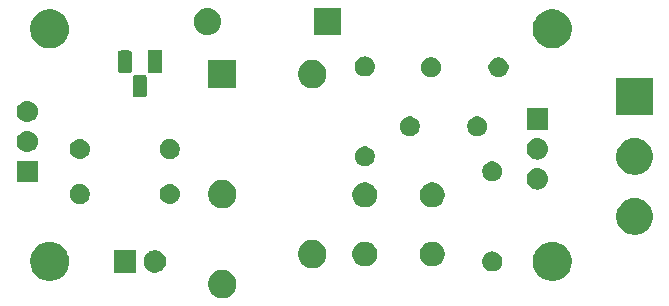
<source format=gbr>
G04 #@! TF.GenerationSoftware,KiCad,Pcbnew,(5.1.4-0-10_14)*
G04 #@! TF.CreationDate,2022-05-28T07:52:33+02:00*
G04 #@! TF.ProjectId,new_rele,6e65775f-7265-46c6-952e-6b696361645f,rev?*
G04 #@! TF.SameCoordinates,Original*
G04 #@! TF.FileFunction,Soldermask,Top*
G04 #@! TF.FilePolarity,Negative*
%FSLAX46Y46*%
G04 Gerber Fmt 4.6, Leading zero omitted, Abs format (unit mm)*
G04 Created by KiCad (PCBNEW (5.1.4-0-10_14)) date 2022-05-28 07:52:33*
%MOMM*%
%LPD*%
G04 APERTURE LIST*
%ADD10C,0.100000*%
G04 APERTURE END LIST*
D10*
G36*
X52420318Y-69330153D02*
G01*
X52638885Y-69420687D01*
X52638887Y-69420688D01*
X52835593Y-69552122D01*
X53002878Y-69719407D01*
X53098432Y-69862415D01*
X53134313Y-69916115D01*
X53224847Y-70134682D01*
X53271000Y-70366710D01*
X53271000Y-70603290D01*
X53224847Y-70835318D01*
X53134313Y-71053885D01*
X53134312Y-71053887D01*
X53002878Y-71250593D01*
X52835593Y-71417878D01*
X52638887Y-71549312D01*
X52638886Y-71549313D01*
X52638885Y-71549313D01*
X52420318Y-71639847D01*
X52188290Y-71686000D01*
X51951710Y-71686000D01*
X51719682Y-71639847D01*
X51501115Y-71549313D01*
X51501114Y-71549313D01*
X51501113Y-71549312D01*
X51304407Y-71417878D01*
X51137122Y-71250593D01*
X51005688Y-71053887D01*
X51005687Y-71053885D01*
X50915153Y-70835318D01*
X50869000Y-70603290D01*
X50869000Y-70366710D01*
X50915153Y-70134682D01*
X51005687Y-69916115D01*
X51041568Y-69862415D01*
X51137122Y-69719407D01*
X51304407Y-69552122D01*
X51501113Y-69420688D01*
X51501115Y-69420687D01*
X51719682Y-69330153D01*
X51951710Y-69284000D01*
X52188290Y-69284000D01*
X52420318Y-69330153D01*
X52420318Y-69330153D01*
G37*
G36*
X80385256Y-66971298D02*
G01*
X80491579Y-66992447D01*
X80792042Y-67116903D01*
X81062451Y-67297585D01*
X81292415Y-67527549D01*
X81473097Y-67797958D01*
X81473098Y-67797960D01*
X81485007Y-67826712D01*
X81597553Y-68098421D01*
X81603742Y-68129534D01*
X81661000Y-68417389D01*
X81661000Y-68742611D01*
X81628253Y-68907239D01*
X81597553Y-69061579D01*
X81545923Y-69186225D01*
X81486306Y-69330154D01*
X81473097Y-69362042D01*
X81292415Y-69632451D01*
X81062451Y-69862415D01*
X80792042Y-70043097D01*
X80491579Y-70167553D01*
X80385256Y-70188702D01*
X80172611Y-70231000D01*
X79847389Y-70231000D01*
X79634744Y-70188702D01*
X79528421Y-70167553D01*
X79227958Y-70043097D01*
X78957549Y-69862415D01*
X78727585Y-69632451D01*
X78546903Y-69362042D01*
X78533695Y-69330154D01*
X78474077Y-69186225D01*
X78422447Y-69061579D01*
X78391747Y-68907239D01*
X78359000Y-68742611D01*
X78359000Y-68417389D01*
X78416258Y-68129534D01*
X78422447Y-68098421D01*
X78534993Y-67826712D01*
X78546902Y-67797960D01*
X78546903Y-67797958D01*
X78727585Y-67527549D01*
X78957549Y-67297585D01*
X79227958Y-67116903D01*
X79528421Y-66992447D01*
X79634744Y-66971298D01*
X79847389Y-66929000D01*
X80172611Y-66929000D01*
X80385256Y-66971298D01*
X80385256Y-66971298D01*
G37*
G36*
X37840256Y-66971298D02*
G01*
X37946579Y-66992447D01*
X38247042Y-67116903D01*
X38517451Y-67297585D01*
X38747415Y-67527549D01*
X38928097Y-67797958D01*
X38928098Y-67797960D01*
X38940007Y-67826712D01*
X39052553Y-68098421D01*
X39058742Y-68129534D01*
X39116000Y-68417389D01*
X39116000Y-68742611D01*
X39083253Y-68907239D01*
X39052553Y-69061579D01*
X39000923Y-69186225D01*
X38941306Y-69330154D01*
X38928097Y-69362042D01*
X38747415Y-69632451D01*
X38517451Y-69862415D01*
X38247042Y-70043097D01*
X37946579Y-70167553D01*
X37840256Y-70188702D01*
X37627611Y-70231000D01*
X37302389Y-70231000D01*
X37089744Y-70188702D01*
X36983421Y-70167553D01*
X36682958Y-70043097D01*
X36412549Y-69862415D01*
X36182585Y-69632451D01*
X36001903Y-69362042D01*
X35988695Y-69330154D01*
X35929077Y-69186225D01*
X35877447Y-69061579D01*
X35846747Y-68907239D01*
X35814000Y-68742611D01*
X35814000Y-68417389D01*
X35871258Y-68129534D01*
X35877447Y-68098421D01*
X35989993Y-67826712D01*
X36001902Y-67797960D01*
X36001903Y-67797958D01*
X36182585Y-67527549D01*
X36412549Y-67297585D01*
X36682958Y-67116903D01*
X36983421Y-66992447D01*
X37089744Y-66971298D01*
X37302389Y-66929000D01*
X37627611Y-66929000D01*
X37840256Y-66971298D01*
X37840256Y-66971298D01*
G37*
G36*
X46632395Y-67665546D02*
G01*
X46805466Y-67737234D01*
X46811572Y-67741314D01*
X46961227Y-67841310D01*
X47093690Y-67973773D01*
X47143630Y-68048514D01*
X47197766Y-68129534D01*
X47269454Y-68302605D01*
X47306000Y-68486333D01*
X47306000Y-68673667D01*
X47269454Y-68857395D01*
X47197766Y-69030466D01*
X47176977Y-69061579D01*
X47093690Y-69186227D01*
X46961227Y-69318690D01*
X46896349Y-69362040D01*
X46805466Y-69422766D01*
X46632395Y-69494454D01*
X46448667Y-69531000D01*
X46261333Y-69531000D01*
X46077605Y-69494454D01*
X45904534Y-69422766D01*
X45813651Y-69362040D01*
X45748773Y-69318690D01*
X45616310Y-69186227D01*
X45533023Y-69061579D01*
X45512234Y-69030466D01*
X45440546Y-68857395D01*
X45404000Y-68673667D01*
X45404000Y-68486333D01*
X45440546Y-68302605D01*
X45512234Y-68129534D01*
X45566370Y-68048514D01*
X45616310Y-67973773D01*
X45748773Y-67841310D01*
X45898428Y-67741314D01*
X45904534Y-67737234D01*
X46077605Y-67665546D01*
X46261333Y-67629000D01*
X46448667Y-67629000D01*
X46632395Y-67665546D01*
X46632395Y-67665546D01*
G37*
G36*
X44766000Y-69531000D02*
G01*
X42864000Y-69531000D01*
X42864000Y-67629000D01*
X44766000Y-67629000D01*
X44766000Y-69531000D01*
X44766000Y-69531000D01*
G37*
G36*
X75096823Y-67741313D02*
G01*
X75257242Y-67789976D01*
X75353610Y-67841486D01*
X75405078Y-67868996D01*
X75534659Y-67975341D01*
X75641004Y-68104922D01*
X75641005Y-68104924D01*
X75720024Y-68252758D01*
X75768687Y-68413177D01*
X75785117Y-68580000D01*
X75768687Y-68746823D01*
X75720024Y-68907242D01*
X75694170Y-68955611D01*
X75641004Y-69055078D01*
X75534659Y-69184659D01*
X75405078Y-69291004D01*
X75405076Y-69291005D01*
X75257242Y-69370024D01*
X75096823Y-69418687D01*
X74971804Y-69431000D01*
X74888196Y-69431000D01*
X74763177Y-69418687D01*
X74602758Y-69370024D01*
X74454924Y-69291005D01*
X74454922Y-69291004D01*
X74325341Y-69184659D01*
X74218996Y-69055078D01*
X74165830Y-68955611D01*
X74139976Y-68907242D01*
X74091313Y-68746823D01*
X74074883Y-68580000D01*
X74091313Y-68413177D01*
X74139976Y-68252758D01*
X74218995Y-68104924D01*
X74218996Y-68104922D01*
X74325341Y-67975341D01*
X74454922Y-67868996D01*
X74506390Y-67841486D01*
X74602758Y-67789976D01*
X74763177Y-67741313D01*
X74888196Y-67729000D01*
X74971804Y-67729000D01*
X75096823Y-67741313D01*
X75096823Y-67741313D01*
G37*
G36*
X60040318Y-66790153D02*
G01*
X60258885Y-66880687D01*
X60258887Y-66880688D01*
X60455593Y-67012122D01*
X60622878Y-67179407D01*
X60754312Y-67376113D01*
X60754313Y-67376115D01*
X60844847Y-67594682D01*
X60891000Y-67826710D01*
X60891000Y-68063290D01*
X60844847Y-68295318D01*
X60754313Y-68513885D01*
X60754312Y-68513887D01*
X60622878Y-68710593D01*
X60455593Y-68877878D01*
X60258887Y-69009312D01*
X60258886Y-69009313D01*
X60258885Y-69009313D01*
X60040318Y-69099847D01*
X59808290Y-69146000D01*
X59571710Y-69146000D01*
X59339682Y-69099847D01*
X59121115Y-69009313D01*
X59121114Y-69009313D01*
X59121113Y-69009312D01*
X58924407Y-68877878D01*
X58757122Y-68710593D01*
X58625688Y-68513887D01*
X58625687Y-68513885D01*
X58535153Y-68295318D01*
X58489000Y-68063290D01*
X58489000Y-67826710D01*
X58535153Y-67594682D01*
X58625687Y-67376115D01*
X58625688Y-67376113D01*
X58757122Y-67179407D01*
X58924407Y-67012122D01*
X59121113Y-66880688D01*
X59121115Y-66880687D01*
X59339682Y-66790153D01*
X59571710Y-66744000D01*
X59808290Y-66744000D01*
X60040318Y-66790153D01*
X60040318Y-66790153D01*
G37*
G36*
X70156564Y-66934389D02*
G01*
X70347833Y-67013615D01*
X70347835Y-67013616D01*
X70519973Y-67128635D01*
X70666365Y-67275027D01*
X70733909Y-67376113D01*
X70781385Y-67447167D01*
X70860611Y-67638436D01*
X70901000Y-67841484D01*
X70901000Y-68048516D01*
X70860611Y-68251564D01*
X70793669Y-68413177D01*
X70781384Y-68442835D01*
X70666365Y-68614973D01*
X70519973Y-68761365D01*
X70347835Y-68876384D01*
X70347834Y-68876385D01*
X70347833Y-68876385D01*
X70156564Y-68955611D01*
X69953516Y-68996000D01*
X69746484Y-68996000D01*
X69543436Y-68955611D01*
X69352167Y-68876385D01*
X69352166Y-68876385D01*
X69352165Y-68876384D01*
X69180027Y-68761365D01*
X69033635Y-68614973D01*
X68918616Y-68442835D01*
X68906331Y-68413177D01*
X68839389Y-68251564D01*
X68799000Y-68048516D01*
X68799000Y-67841484D01*
X68839389Y-67638436D01*
X68918615Y-67447167D01*
X68966092Y-67376113D01*
X69033635Y-67275027D01*
X69180027Y-67128635D01*
X69352165Y-67013616D01*
X69352167Y-67013615D01*
X69543436Y-66934389D01*
X69746484Y-66894000D01*
X69953516Y-66894000D01*
X70156564Y-66934389D01*
X70156564Y-66934389D01*
G37*
G36*
X64441564Y-66934389D02*
G01*
X64632833Y-67013615D01*
X64632835Y-67013616D01*
X64804973Y-67128635D01*
X64951365Y-67275027D01*
X65018909Y-67376113D01*
X65066385Y-67447167D01*
X65145611Y-67638436D01*
X65186000Y-67841484D01*
X65186000Y-68048516D01*
X65145611Y-68251564D01*
X65078669Y-68413177D01*
X65066384Y-68442835D01*
X64951365Y-68614973D01*
X64804973Y-68761365D01*
X64632835Y-68876384D01*
X64632834Y-68876385D01*
X64632833Y-68876385D01*
X64441564Y-68955611D01*
X64238516Y-68996000D01*
X64031484Y-68996000D01*
X63828436Y-68955611D01*
X63637167Y-68876385D01*
X63637166Y-68876385D01*
X63637165Y-68876384D01*
X63465027Y-68761365D01*
X63318635Y-68614973D01*
X63203616Y-68442835D01*
X63191331Y-68413177D01*
X63124389Y-68251564D01*
X63084000Y-68048516D01*
X63084000Y-67841484D01*
X63124389Y-67638436D01*
X63203615Y-67447167D01*
X63251092Y-67376113D01*
X63318635Y-67275027D01*
X63465027Y-67128635D01*
X63637165Y-67013616D01*
X63637167Y-67013615D01*
X63828436Y-66934389D01*
X64031484Y-66894000D01*
X64238516Y-66894000D01*
X64441564Y-66934389D01*
X64441564Y-66934389D01*
G37*
G36*
X87297585Y-63248802D02*
G01*
X87447410Y-63278604D01*
X87729674Y-63395521D01*
X87983705Y-63565259D01*
X88199741Y-63781295D01*
X88369479Y-64035326D01*
X88486396Y-64317590D01*
X88546000Y-64617240D01*
X88546000Y-64922760D01*
X88486396Y-65222410D01*
X88369479Y-65504674D01*
X88199741Y-65758705D01*
X87983705Y-65974741D01*
X87729674Y-66144479D01*
X87447410Y-66261396D01*
X87297585Y-66291198D01*
X87147761Y-66321000D01*
X86842239Y-66321000D01*
X86692415Y-66291198D01*
X86542590Y-66261396D01*
X86260326Y-66144479D01*
X86006295Y-65974741D01*
X85790259Y-65758705D01*
X85620521Y-65504674D01*
X85503604Y-65222410D01*
X85444000Y-64922760D01*
X85444000Y-64617240D01*
X85503604Y-64317590D01*
X85620521Y-64035326D01*
X85790259Y-63781295D01*
X86006295Y-63565259D01*
X86260326Y-63395521D01*
X86542590Y-63278604D01*
X86692415Y-63248802D01*
X86842239Y-63219000D01*
X87147761Y-63219000D01*
X87297585Y-63248802D01*
X87297585Y-63248802D01*
G37*
G36*
X52420318Y-61710153D02*
G01*
X52638885Y-61800687D01*
X52638887Y-61800688D01*
X52835593Y-61932122D01*
X53002878Y-62099407D01*
X53134312Y-62296113D01*
X53134313Y-62296115D01*
X53224847Y-62514682D01*
X53271000Y-62746710D01*
X53271000Y-62983290D01*
X53224847Y-63215318D01*
X53173170Y-63340076D01*
X53134312Y-63433887D01*
X53002878Y-63630593D01*
X52835593Y-63797878D01*
X52638887Y-63929312D01*
X52638886Y-63929313D01*
X52638885Y-63929313D01*
X52420318Y-64019847D01*
X52188290Y-64066000D01*
X51951710Y-64066000D01*
X51719682Y-64019847D01*
X51501115Y-63929313D01*
X51501114Y-63929313D01*
X51501113Y-63929312D01*
X51304407Y-63797878D01*
X51137122Y-63630593D01*
X51005688Y-63433887D01*
X50966830Y-63340076D01*
X50915153Y-63215318D01*
X50869000Y-62983290D01*
X50869000Y-62746710D01*
X50915153Y-62514682D01*
X51005687Y-62296115D01*
X51005688Y-62296113D01*
X51137122Y-62099407D01*
X51304407Y-61932122D01*
X51501113Y-61800688D01*
X51501115Y-61800687D01*
X51719682Y-61710153D01*
X51951710Y-61664000D01*
X52188290Y-61664000D01*
X52420318Y-61710153D01*
X52420318Y-61710153D01*
G37*
G36*
X70156564Y-61934389D02*
G01*
X70347833Y-62013615D01*
X70347835Y-62013616D01*
X70474108Y-62097989D01*
X70519973Y-62128635D01*
X70666365Y-62275027D01*
X70781385Y-62447167D01*
X70860611Y-62638436D01*
X70901000Y-62841484D01*
X70901000Y-63048516D01*
X70860611Y-63251564D01*
X70781385Y-63442833D01*
X70781384Y-63442835D01*
X70666365Y-63614973D01*
X70519973Y-63761365D01*
X70347835Y-63876384D01*
X70347834Y-63876385D01*
X70347833Y-63876385D01*
X70156564Y-63955611D01*
X69953516Y-63996000D01*
X69746484Y-63996000D01*
X69543436Y-63955611D01*
X69352167Y-63876385D01*
X69352166Y-63876385D01*
X69352165Y-63876384D01*
X69180027Y-63761365D01*
X69033635Y-63614973D01*
X68918616Y-63442835D01*
X68918615Y-63442833D01*
X68839389Y-63251564D01*
X68799000Y-63048516D01*
X68799000Y-62841484D01*
X68839389Y-62638436D01*
X68918615Y-62447167D01*
X69033635Y-62275027D01*
X69180027Y-62128635D01*
X69225892Y-62097989D01*
X69352165Y-62013616D01*
X69352167Y-62013615D01*
X69543436Y-61934389D01*
X69746484Y-61894000D01*
X69953516Y-61894000D01*
X70156564Y-61934389D01*
X70156564Y-61934389D01*
G37*
G36*
X64441564Y-61934389D02*
G01*
X64632833Y-62013615D01*
X64632835Y-62013616D01*
X64759108Y-62097989D01*
X64804973Y-62128635D01*
X64951365Y-62275027D01*
X65066385Y-62447167D01*
X65145611Y-62638436D01*
X65186000Y-62841484D01*
X65186000Y-63048516D01*
X65145611Y-63251564D01*
X65066385Y-63442833D01*
X65066384Y-63442835D01*
X64951365Y-63614973D01*
X64804973Y-63761365D01*
X64632835Y-63876384D01*
X64632834Y-63876385D01*
X64632833Y-63876385D01*
X64441564Y-63955611D01*
X64238516Y-63996000D01*
X64031484Y-63996000D01*
X63828436Y-63955611D01*
X63637167Y-63876385D01*
X63637166Y-63876385D01*
X63637165Y-63876384D01*
X63465027Y-63761365D01*
X63318635Y-63614973D01*
X63203616Y-63442835D01*
X63203615Y-63442833D01*
X63124389Y-63251564D01*
X63084000Y-63048516D01*
X63084000Y-62841484D01*
X63124389Y-62638436D01*
X63203615Y-62447167D01*
X63318635Y-62275027D01*
X63465027Y-62128635D01*
X63510892Y-62097989D01*
X63637165Y-62013616D01*
X63637167Y-62013615D01*
X63828436Y-61934389D01*
X64031484Y-61894000D01*
X64238516Y-61894000D01*
X64441564Y-61934389D01*
X64441564Y-61934389D01*
G37*
G36*
X40253228Y-62046703D02*
G01*
X40408100Y-62110853D01*
X40547481Y-62203985D01*
X40666015Y-62322519D01*
X40759147Y-62461900D01*
X40823297Y-62616772D01*
X40856000Y-62781184D01*
X40856000Y-62948816D01*
X40823297Y-63113228D01*
X40759147Y-63268100D01*
X40666015Y-63407481D01*
X40547481Y-63526015D01*
X40408100Y-63619147D01*
X40253228Y-63683297D01*
X40088816Y-63716000D01*
X39921184Y-63716000D01*
X39756772Y-63683297D01*
X39601900Y-63619147D01*
X39462519Y-63526015D01*
X39343985Y-63407481D01*
X39250853Y-63268100D01*
X39186703Y-63113228D01*
X39154000Y-62948816D01*
X39154000Y-62781184D01*
X39186703Y-62616772D01*
X39250853Y-62461900D01*
X39343985Y-62322519D01*
X39462519Y-62203985D01*
X39601900Y-62110853D01*
X39756772Y-62046703D01*
X39921184Y-62014000D01*
X40088816Y-62014000D01*
X40253228Y-62046703D01*
X40253228Y-62046703D01*
G37*
G36*
X47791823Y-62026313D02*
G01*
X47952242Y-62074976D01*
X48019361Y-62110852D01*
X48100078Y-62153996D01*
X48229659Y-62260341D01*
X48336004Y-62389922D01*
X48336005Y-62389924D01*
X48415024Y-62537758D01*
X48463687Y-62698177D01*
X48480117Y-62865000D01*
X48463687Y-63031823D01*
X48415024Y-63192242D01*
X48344114Y-63324906D01*
X48336004Y-63340078D01*
X48229659Y-63469659D01*
X48100078Y-63576004D01*
X48100076Y-63576005D01*
X47952242Y-63655024D01*
X47791823Y-63703687D01*
X47666804Y-63716000D01*
X47583196Y-63716000D01*
X47458177Y-63703687D01*
X47297758Y-63655024D01*
X47149924Y-63576005D01*
X47149922Y-63576004D01*
X47020341Y-63469659D01*
X46913996Y-63340078D01*
X46905886Y-63324906D01*
X46834976Y-63192242D01*
X46786313Y-63031823D01*
X46769883Y-62865000D01*
X46786313Y-62698177D01*
X46834976Y-62537758D01*
X46913995Y-62389924D01*
X46913996Y-62389922D01*
X47020341Y-62260341D01*
X47149922Y-62153996D01*
X47230639Y-62110852D01*
X47297758Y-62074976D01*
X47458177Y-62026313D01*
X47583196Y-62014000D01*
X47666804Y-62014000D01*
X47791823Y-62026313D01*
X47791823Y-62026313D01*
G37*
G36*
X78850443Y-60700519D02*
G01*
X78916627Y-60707037D01*
X79086466Y-60758557D01*
X79242991Y-60842222D01*
X79278729Y-60871552D01*
X79380186Y-60954814D01*
X79453226Y-61043815D01*
X79492778Y-61092009D01*
X79576443Y-61248534D01*
X79627963Y-61418373D01*
X79645359Y-61595000D01*
X79627963Y-61771627D01*
X79576443Y-61941466D01*
X79492778Y-62097991D01*
X79482223Y-62110852D01*
X79380186Y-62235186D01*
X79278729Y-62318448D01*
X79242991Y-62347778D01*
X79086466Y-62431443D01*
X78916627Y-62482963D01*
X78850443Y-62489481D01*
X78784260Y-62496000D01*
X78695740Y-62496000D01*
X78629557Y-62489481D01*
X78563373Y-62482963D01*
X78393534Y-62431443D01*
X78237009Y-62347778D01*
X78201271Y-62318448D01*
X78099814Y-62235186D01*
X77997777Y-62110852D01*
X77987222Y-62097991D01*
X77903557Y-61941466D01*
X77852037Y-61771627D01*
X77834641Y-61595000D01*
X77852037Y-61418373D01*
X77903557Y-61248534D01*
X77987222Y-61092009D01*
X78026774Y-61043815D01*
X78099814Y-60954814D01*
X78201271Y-60871552D01*
X78237009Y-60842222D01*
X78393534Y-60758557D01*
X78563373Y-60707037D01*
X78629557Y-60700519D01*
X78695740Y-60694000D01*
X78784260Y-60694000D01*
X78850443Y-60700519D01*
X78850443Y-60700519D01*
G37*
G36*
X36461000Y-61861000D02*
G01*
X34659000Y-61861000D01*
X34659000Y-60059000D01*
X36461000Y-60059000D01*
X36461000Y-61861000D01*
X36461000Y-61861000D01*
G37*
G36*
X75178228Y-60141703D02*
G01*
X75333100Y-60205853D01*
X75472481Y-60298985D01*
X75591015Y-60417519D01*
X75684147Y-60556900D01*
X75748297Y-60711772D01*
X75781000Y-60876184D01*
X75781000Y-61043816D01*
X75748297Y-61208228D01*
X75684147Y-61363100D01*
X75591015Y-61502481D01*
X75472481Y-61621015D01*
X75333100Y-61714147D01*
X75178228Y-61778297D01*
X75013816Y-61811000D01*
X74846184Y-61811000D01*
X74681772Y-61778297D01*
X74526900Y-61714147D01*
X74387519Y-61621015D01*
X74268985Y-61502481D01*
X74175853Y-61363100D01*
X74111703Y-61208228D01*
X74079000Y-61043816D01*
X74079000Y-60876184D01*
X74111703Y-60711772D01*
X74175853Y-60556900D01*
X74268985Y-60417519D01*
X74387519Y-60298985D01*
X74526900Y-60205853D01*
X74681772Y-60141703D01*
X74846184Y-60109000D01*
X75013816Y-60109000D01*
X75178228Y-60141703D01*
X75178228Y-60141703D01*
G37*
G36*
X87288712Y-58167037D02*
G01*
X87447410Y-58198604D01*
X87729674Y-58315521D01*
X87983705Y-58485259D01*
X88199741Y-58701295D01*
X88369479Y-58955326D01*
X88479865Y-59221823D01*
X88486396Y-59237591D01*
X88546000Y-59537239D01*
X88546000Y-59842761D01*
X88539926Y-59873295D01*
X88486396Y-60142410D01*
X88369479Y-60424674D01*
X88199741Y-60678705D01*
X87983705Y-60894741D01*
X87729674Y-61064479D01*
X87447410Y-61181396D01*
X87312516Y-61208228D01*
X87147761Y-61241000D01*
X86842239Y-61241000D01*
X86677484Y-61208228D01*
X86542590Y-61181396D01*
X86260326Y-61064479D01*
X86006295Y-60894741D01*
X85790259Y-60678705D01*
X85620521Y-60424674D01*
X85503604Y-60142410D01*
X85450074Y-59873295D01*
X85444000Y-59842761D01*
X85444000Y-59537239D01*
X85503604Y-59237591D01*
X85510135Y-59221823D01*
X85620521Y-58955326D01*
X85790259Y-58701295D01*
X86006295Y-58485259D01*
X86260326Y-58315521D01*
X86542590Y-58198604D01*
X86701288Y-58167037D01*
X86842239Y-58139000D01*
X87147761Y-58139000D01*
X87288712Y-58167037D01*
X87288712Y-58167037D01*
G37*
G36*
X64383228Y-58871703D02*
G01*
X64538100Y-58935853D01*
X64677481Y-59028985D01*
X64796015Y-59147519D01*
X64889147Y-59286900D01*
X64953297Y-59441772D01*
X64986000Y-59606184D01*
X64986000Y-59773816D01*
X64953297Y-59938228D01*
X64889147Y-60093100D01*
X64796015Y-60232481D01*
X64677481Y-60351015D01*
X64538100Y-60444147D01*
X64383228Y-60508297D01*
X64218816Y-60541000D01*
X64051184Y-60541000D01*
X63886772Y-60508297D01*
X63731900Y-60444147D01*
X63592519Y-60351015D01*
X63473985Y-60232481D01*
X63380853Y-60093100D01*
X63316703Y-59938228D01*
X63284000Y-59773816D01*
X63284000Y-59606184D01*
X63316703Y-59441772D01*
X63380853Y-59286900D01*
X63473985Y-59147519D01*
X63592519Y-59028985D01*
X63731900Y-58935853D01*
X63886772Y-58871703D01*
X64051184Y-58839000D01*
X64218816Y-58839000D01*
X64383228Y-58871703D01*
X64383228Y-58871703D01*
G37*
G36*
X78850442Y-58160518D02*
G01*
X78916627Y-58167037D01*
X79086466Y-58218557D01*
X79242991Y-58302222D01*
X79278729Y-58331552D01*
X79380186Y-58414814D01*
X79460369Y-58512519D01*
X79492778Y-58552009D01*
X79576443Y-58708534D01*
X79627963Y-58878373D01*
X79645359Y-59055000D01*
X79627963Y-59231627D01*
X79576443Y-59401466D01*
X79492778Y-59557991D01*
X79463448Y-59593729D01*
X79380186Y-59695186D01*
X79284375Y-59773815D01*
X79242991Y-59807778D01*
X79086466Y-59891443D01*
X78916627Y-59942963D01*
X78850442Y-59949482D01*
X78784260Y-59956000D01*
X78695740Y-59956000D01*
X78629558Y-59949482D01*
X78563373Y-59942963D01*
X78393534Y-59891443D01*
X78237009Y-59807778D01*
X78195625Y-59773815D01*
X78099814Y-59695186D01*
X78016552Y-59593729D01*
X77987222Y-59557991D01*
X77903557Y-59401466D01*
X77852037Y-59231627D01*
X77834641Y-59055000D01*
X77852037Y-58878373D01*
X77903557Y-58708534D01*
X77987222Y-58552009D01*
X78019631Y-58512519D01*
X78099814Y-58414814D01*
X78201271Y-58331552D01*
X78237009Y-58302222D01*
X78393534Y-58218557D01*
X78563373Y-58167037D01*
X78629558Y-58160518D01*
X78695740Y-58154000D01*
X78784260Y-58154000D01*
X78850442Y-58160518D01*
X78850442Y-58160518D01*
G37*
G36*
X40171823Y-58216313D02*
G01*
X40332242Y-58264976D01*
X40399361Y-58300852D01*
X40480078Y-58343996D01*
X40609659Y-58450341D01*
X40716004Y-58579922D01*
X40716005Y-58579924D01*
X40795024Y-58727758D01*
X40843687Y-58888177D01*
X40860117Y-59055000D01*
X40843687Y-59221823D01*
X40795024Y-59382242D01*
X40754477Y-59458100D01*
X40716004Y-59530078D01*
X40609659Y-59659659D01*
X40480078Y-59766004D01*
X40480076Y-59766005D01*
X40332242Y-59845024D01*
X40171823Y-59893687D01*
X40046804Y-59906000D01*
X39963196Y-59906000D01*
X39838177Y-59893687D01*
X39677758Y-59845024D01*
X39529924Y-59766005D01*
X39529922Y-59766004D01*
X39400341Y-59659659D01*
X39293996Y-59530078D01*
X39255523Y-59458100D01*
X39214976Y-59382242D01*
X39166313Y-59221823D01*
X39149883Y-59055000D01*
X39166313Y-58888177D01*
X39214976Y-58727758D01*
X39293995Y-58579924D01*
X39293996Y-58579922D01*
X39400341Y-58450341D01*
X39529922Y-58343996D01*
X39610639Y-58300852D01*
X39677758Y-58264976D01*
X39838177Y-58216313D01*
X39963196Y-58204000D01*
X40046804Y-58204000D01*
X40171823Y-58216313D01*
X40171823Y-58216313D01*
G37*
G36*
X47873228Y-58236703D02*
G01*
X48028100Y-58300853D01*
X48167481Y-58393985D01*
X48286015Y-58512519D01*
X48379147Y-58651900D01*
X48443297Y-58806772D01*
X48476000Y-58971184D01*
X48476000Y-59138816D01*
X48443297Y-59303228D01*
X48379147Y-59458100D01*
X48286015Y-59597481D01*
X48167481Y-59716015D01*
X48028100Y-59809147D01*
X47873228Y-59873297D01*
X47708816Y-59906000D01*
X47541184Y-59906000D01*
X47376772Y-59873297D01*
X47221900Y-59809147D01*
X47082519Y-59716015D01*
X46963985Y-59597481D01*
X46870853Y-59458100D01*
X46806703Y-59303228D01*
X46774000Y-59138816D01*
X46774000Y-58971184D01*
X46806703Y-58806772D01*
X46870853Y-58651900D01*
X46963985Y-58512519D01*
X47082519Y-58393985D01*
X47221900Y-58300853D01*
X47376772Y-58236703D01*
X47541184Y-58204000D01*
X47708816Y-58204000D01*
X47873228Y-58236703D01*
X47873228Y-58236703D01*
G37*
G36*
X35670443Y-57525519D02*
G01*
X35736627Y-57532037D01*
X35906466Y-57583557D01*
X36062991Y-57667222D01*
X36093768Y-57692480D01*
X36200186Y-57779814D01*
X36283448Y-57881271D01*
X36312778Y-57917009D01*
X36396443Y-58073534D01*
X36447963Y-58243373D01*
X36465359Y-58420000D01*
X36447963Y-58596627D01*
X36396443Y-58766466D01*
X36312778Y-58922991D01*
X36283448Y-58958729D01*
X36200186Y-59060186D01*
X36104375Y-59138815D01*
X36062991Y-59172778D01*
X35906466Y-59256443D01*
X35736627Y-59307963D01*
X35670442Y-59314482D01*
X35604260Y-59321000D01*
X35515740Y-59321000D01*
X35449558Y-59314482D01*
X35383373Y-59307963D01*
X35213534Y-59256443D01*
X35057009Y-59172778D01*
X35015625Y-59138815D01*
X34919814Y-59060186D01*
X34836552Y-58958729D01*
X34807222Y-58922991D01*
X34723557Y-58766466D01*
X34672037Y-58596627D01*
X34654641Y-58420000D01*
X34672037Y-58243373D01*
X34723557Y-58073534D01*
X34807222Y-57917009D01*
X34836552Y-57881271D01*
X34919814Y-57779814D01*
X35026232Y-57692480D01*
X35057009Y-57667222D01*
X35213534Y-57583557D01*
X35383373Y-57532037D01*
X35449557Y-57525519D01*
X35515740Y-57519000D01*
X35604260Y-57519000D01*
X35670443Y-57525519D01*
X35670443Y-57525519D01*
G37*
G36*
X73908228Y-56331703D02*
G01*
X74063100Y-56395853D01*
X74202481Y-56488985D01*
X74321015Y-56607519D01*
X74414147Y-56746900D01*
X74478297Y-56901772D01*
X74511000Y-57066184D01*
X74511000Y-57233816D01*
X74478297Y-57398228D01*
X74414147Y-57553100D01*
X74321015Y-57692481D01*
X74202481Y-57811015D01*
X74063100Y-57904147D01*
X73908228Y-57968297D01*
X73743816Y-58001000D01*
X73576184Y-58001000D01*
X73411772Y-57968297D01*
X73256900Y-57904147D01*
X73117519Y-57811015D01*
X72998985Y-57692481D01*
X72905853Y-57553100D01*
X72841703Y-57398228D01*
X72809000Y-57233816D01*
X72809000Y-57066184D01*
X72841703Y-56901772D01*
X72905853Y-56746900D01*
X72998985Y-56607519D01*
X73117519Y-56488985D01*
X73256900Y-56395853D01*
X73411772Y-56331703D01*
X73576184Y-56299000D01*
X73743816Y-56299000D01*
X73908228Y-56331703D01*
X73908228Y-56331703D01*
G37*
G36*
X68193228Y-56331703D02*
G01*
X68348100Y-56395853D01*
X68487481Y-56488985D01*
X68606015Y-56607519D01*
X68699147Y-56746900D01*
X68763297Y-56901772D01*
X68796000Y-57066184D01*
X68796000Y-57233816D01*
X68763297Y-57398228D01*
X68699147Y-57553100D01*
X68606015Y-57692481D01*
X68487481Y-57811015D01*
X68348100Y-57904147D01*
X68193228Y-57968297D01*
X68028816Y-58001000D01*
X67861184Y-58001000D01*
X67696772Y-57968297D01*
X67541900Y-57904147D01*
X67402519Y-57811015D01*
X67283985Y-57692481D01*
X67190853Y-57553100D01*
X67126703Y-57398228D01*
X67094000Y-57233816D01*
X67094000Y-57066184D01*
X67126703Y-56901772D01*
X67190853Y-56746900D01*
X67283985Y-56607519D01*
X67402519Y-56488985D01*
X67541900Y-56395853D01*
X67696772Y-56331703D01*
X67861184Y-56299000D01*
X68028816Y-56299000D01*
X68193228Y-56331703D01*
X68193228Y-56331703D01*
G37*
G36*
X79641000Y-57416000D02*
G01*
X77839000Y-57416000D01*
X77839000Y-55614000D01*
X79641000Y-55614000D01*
X79641000Y-57416000D01*
X79641000Y-57416000D01*
G37*
G36*
X35670443Y-54985519D02*
G01*
X35736627Y-54992037D01*
X35906466Y-55043557D01*
X36062991Y-55127222D01*
X36098729Y-55156552D01*
X36200186Y-55239814D01*
X36283448Y-55341271D01*
X36312778Y-55377009D01*
X36396443Y-55533534D01*
X36447963Y-55703373D01*
X36465359Y-55880000D01*
X36447963Y-56056627D01*
X36396443Y-56226466D01*
X36312778Y-56382991D01*
X36302223Y-56395852D01*
X36200186Y-56520186D01*
X36098729Y-56603448D01*
X36062991Y-56632778D01*
X35906466Y-56716443D01*
X35736627Y-56767963D01*
X35670443Y-56774481D01*
X35604260Y-56781000D01*
X35515740Y-56781000D01*
X35449557Y-56774481D01*
X35383373Y-56767963D01*
X35213534Y-56716443D01*
X35057009Y-56632778D01*
X35021271Y-56603448D01*
X34919814Y-56520186D01*
X34817777Y-56395852D01*
X34807222Y-56382991D01*
X34723557Y-56226466D01*
X34672037Y-56056627D01*
X34654641Y-55880000D01*
X34672037Y-55703373D01*
X34723557Y-55533534D01*
X34807222Y-55377009D01*
X34836552Y-55341271D01*
X34919814Y-55239814D01*
X35021271Y-55156552D01*
X35057009Y-55127222D01*
X35213534Y-55043557D01*
X35383373Y-54992037D01*
X35449557Y-54985519D01*
X35515740Y-54979000D01*
X35604260Y-54979000D01*
X35670443Y-54985519D01*
X35670443Y-54985519D01*
G37*
G36*
X88546000Y-56161000D02*
G01*
X85444000Y-56161000D01*
X85444000Y-53059000D01*
X88546000Y-53059000D01*
X88546000Y-56161000D01*
X88546000Y-56161000D01*
G37*
G36*
X45494315Y-52794166D02*
G01*
X45538847Y-52807675D01*
X45570077Y-52824368D01*
X45584680Y-52830417D01*
X45595744Y-52842624D01*
X45615864Y-52859136D01*
X45645385Y-52895108D01*
X45667326Y-52936157D01*
X45680834Y-52980685D01*
X45686000Y-53033140D01*
X45686000Y-54446860D01*
X45680834Y-54499315D01*
X45667326Y-54543843D01*
X45645385Y-54584892D01*
X45615864Y-54620864D01*
X45579892Y-54650385D01*
X45538843Y-54672326D01*
X45494315Y-54685834D01*
X45441860Y-54691000D01*
X44728140Y-54691000D01*
X44675685Y-54685834D01*
X44631157Y-54672326D01*
X44590108Y-54650385D01*
X44554136Y-54620864D01*
X44524615Y-54584892D01*
X44502674Y-54543843D01*
X44489166Y-54499315D01*
X44484000Y-54446860D01*
X44484000Y-53033140D01*
X44489166Y-52980685D01*
X44502674Y-52936157D01*
X44524615Y-52895108D01*
X44554136Y-52859136D01*
X44590108Y-52829615D01*
X44631157Y-52807674D01*
X44675685Y-52794166D01*
X44728140Y-52789000D01*
X45441860Y-52789000D01*
X45494315Y-52794166D01*
X45494315Y-52794166D01*
G37*
G36*
X53271000Y-53906000D02*
G01*
X50869000Y-53906000D01*
X50869000Y-51504000D01*
X53271000Y-51504000D01*
X53271000Y-53906000D01*
X53271000Y-53906000D01*
G37*
G36*
X60040318Y-51550153D02*
G01*
X60178813Y-51607520D01*
X60258887Y-51640688D01*
X60455593Y-51772122D01*
X60622878Y-51939407D01*
X60710137Y-52070000D01*
X60754313Y-52136115D01*
X60844847Y-52354682D01*
X60891000Y-52586710D01*
X60891000Y-52823290D01*
X60844847Y-53055318D01*
X60830688Y-53089500D01*
X60754312Y-53273887D01*
X60622878Y-53470593D01*
X60455593Y-53637878D01*
X60258887Y-53769312D01*
X60258886Y-53769313D01*
X60258885Y-53769313D01*
X60040318Y-53859847D01*
X59808290Y-53906000D01*
X59571710Y-53906000D01*
X59339682Y-53859847D01*
X59121115Y-53769313D01*
X59121114Y-53769313D01*
X59121113Y-53769312D01*
X58924407Y-53637878D01*
X58757122Y-53470593D01*
X58625688Y-53273887D01*
X58549312Y-53089500D01*
X58535153Y-53055318D01*
X58489000Y-52823290D01*
X58489000Y-52586710D01*
X58535153Y-52354682D01*
X58625687Y-52136115D01*
X58669863Y-52070000D01*
X58757122Y-51939407D01*
X58924407Y-51772122D01*
X59121113Y-51640688D01*
X59201187Y-51607520D01*
X59339682Y-51550153D01*
X59571710Y-51504000D01*
X59808290Y-51504000D01*
X60040318Y-51550153D01*
X60040318Y-51550153D01*
G37*
G36*
X69993228Y-51331703D02*
G01*
X70148100Y-51395853D01*
X70287481Y-51488985D01*
X70406015Y-51607519D01*
X70499147Y-51746900D01*
X70563297Y-51901772D01*
X70596000Y-52066184D01*
X70596000Y-52233816D01*
X70563297Y-52398228D01*
X70499147Y-52553100D01*
X70406015Y-52692481D01*
X70287481Y-52811015D01*
X70148100Y-52904147D01*
X69993228Y-52968297D01*
X69828816Y-53001000D01*
X69661184Y-53001000D01*
X69496772Y-52968297D01*
X69341900Y-52904147D01*
X69202519Y-52811015D01*
X69083985Y-52692481D01*
X68990853Y-52553100D01*
X68926703Y-52398228D01*
X68894000Y-52233816D01*
X68894000Y-52066184D01*
X68926703Y-51901772D01*
X68990853Y-51746900D01*
X69083985Y-51607519D01*
X69202519Y-51488985D01*
X69341900Y-51395853D01*
X69496772Y-51331703D01*
X69661184Y-51299000D01*
X69828816Y-51299000D01*
X69993228Y-51331703D01*
X69993228Y-51331703D01*
G37*
G36*
X75708228Y-51331703D02*
G01*
X75863100Y-51395853D01*
X76002481Y-51488985D01*
X76121015Y-51607519D01*
X76214147Y-51746900D01*
X76278297Y-51901772D01*
X76311000Y-52066184D01*
X76311000Y-52233816D01*
X76278297Y-52398228D01*
X76214147Y-52553100D01*
X76121015Y-52692481D01*
X76002481Y-52811015D01*
X75863100Y-52904147D01*
X75708228Y-52968297D01*
X75543816Y-53001000D01*
X75376184Y-53001000D01*
X75211772Y-52968297D01*
X75056900Y-52904147D01*
X74917519Y-52811015D01*
X74798985Y-52692481D01*
X74705853Y-52553100D01*
X74641703Y-52398228D01*
X74609000Y-52233816D01*
X74609000Y-52066184D01*
X74641703Y-51901772D01*
X74705853Y-51746900D01*
X74798985Y-51607519D01*
X74917519Y-51488985D01*
X75056900Y-51395853D01*
X75211772Y-51331703D01*
X75376184Y-51299000D01*
X75543816Y-51299000D01*
X75708228Y-51331703D01*
X75708228Y-51331703D01*
G37*
G36*
X64301823Y-51231313D02*
G01*
X64462242Y-51279976D01*
X64497833Y-51299000D01*
X64610078Y-51358996D01*
X64739659Y-51465341D01*
X64846004Y-51594922D01*
X64846005Y-51594924D01*
X64925024Y-51742758D01*
X64925025Y-51742761D01*
X64926281Y-51746903D01*
X64973687Y-51903177D01*
X64990117Y-52070000D01*
X64973687Y-52236823D01*
X64925024Y-52397242D01*
X64884080Y-52473843D01*
X64846004Y-52545078D01*
X64739659Y-52674659D01*
X64610078Y-52781004D01*
X64610076Y-52781005D01*
X64462242Y-52860024D01*
X64301823Y-52908687D01*
X64176804Y-52921000D01*
X64093196Y-52921000D01*
X63968177Y-52908687D01*
X63807758Y-52860024D01*
X63659924Y-52781005D01*
X63659922Y-52781004D01*
X63530341Y-52674659D01*
X63423996Y-52545078D01*
X63385920Y-52473843D01*
X63344976Y-52397242D01*
X63296313Y-52236823D01*
X63279883Y-52070000D01*
X63296313Y-51903177D01*
X63343719Y-51746903D01*
X63344975Y-51742761D01*
X63344976Y-51742758D01*
X63423995Y-51594924D01*
X63423996Y-51594922D01*
X63530341Y-51465341D01*
X63659922Y-51358996D01*
X63772167Y-51299000D01*
X63807758Y-51279976D01*
X63968177Y-51231313D01*
X64093196Y-51219000D01*
X64176804Y-51219000D01*
X64301823Y-51231313D01*
X64301823Y-51231313D01*
G37*
G36*
X44224315Y-50724166D02*
G01*
X44268843Y-50737674D01*
X44309892Y-50759615D01*
X44345864Y-50789136D01*
X44375385Y-50825108D01*
X44397326Y-50866157D01*
X44410834Y-50910685D01*
X44416000Y-50963140D01*
X44416000Y-52376860D01*
X44410834Y-52429315D01*
X44397326Y-52473843D01*
X44375385Y-52514892D01*
X44345864Y-52550864D01*
X44309892Y-52580385D01*
X44268843Y-52602326D01*
X44224315Y-52615834D01*
X44171860Y-52621000D01*
X43458140Y-52621000D01*
X43405685Y-52615834D01*
X43361157Y-52602326D01*
X43320108Y-52580385D01*
X43284136Y-52550864D01*
X43254615Y-52514892D01*
X43232674Y-52473843D01*
X43219166Y-52429315D01*
X43214000Y-52376860D01*
X43214000Y-50963140D01*
X43219166Y-50910685D01*
X43232674Y-50866157D01*
X43254615Y-50825108D01*
X43284136Y-50789136D01*
X43320108Y-50759615D01*
X43361157Y-50737674D01*
X43405685Y-50724166D01*
X43458140Y-50719000D01*
X44171860Y-50719000D01*
X44224315Y-50724166D01*
X44224315Y-50724166D01*
G37*
G36*
X46956000Y-52621000D02*
G01*
X45754000Y-52621000D01*
X45754000Y-50719000D01*
X46956000Y-50719000D01*
X46956000Y-52621000D01*
X46956000Y-52621000D01*
G37*
G36*
X37840256Y-47286298D02*
G01*
X37946579Y-47307447D01*
X38247042Y-47431903D01*
X38517451Y-47612585D01*
X38747415Y-47842549D01*
X38875583Y-48034366D01*
X38928098Y-48112960D01*
X39052553Y-48413422D01*
X39116000Y-48732389D01*
X39116000Y-49057611D01*
X39083370Y-49221652D01*
X39052553Y-49376579D01*
X38928097Y-49677042D01*
X38747415Y-49947451D01*
X38517451Y-50177415D01*
X38247042Y-50358097D01*
X37946579Y-50482553D01*
X37840256Y-50503702D01*
X37627611Y-50546000D01*
X37302389Y-50546000D01*
X37089744Y-50503702D01*
X36983421Y-50482553D01*
X36682958Y-50358097D01*
X36412549Y-50177415D01*
X36182585Y-49947451D01*
X36001903Y-49677042D01*
X35877447Y-49376579D01*
X35846630Y-49221652D01*
X35814000Y-49057611D01*
X35814000Y-48732389D01*
X35877447Y-48413422D01*
X36001902Y-48112960D01*
X36054417Y-48034366D01*
X36182585Y-47842549D01*
X36412549Y-47612585D01*
X36682958Y-47431903D01*
X36983421Y-47307447D01*
X37089744Y-47286298D01*
X37302389Y-47244000D01*
X37627611Y-47244000D01*
X37840256Y-47286298D01*
X37840256Y-47286298D01*
G37*
G36*
X80385256Y-47286298D02*
G01*
X80491579Y-47307447D01*
X80792042Y-47431903D01*
X81062451Y-47612585D01*
X81292415Y-47842549D01*
X81420583Y-48034366D01*
X81473098Y-48112960D01*
X81597553Y-48413422D01*
X81661000Y-48732389D01*
X81661000Y-49057611D01*
X81628370Y-49221652D01*
X81597553Y-49376579D01*
X81473097Y-49677042D01*
X81292415Y-49947451D01*
X81062451Y-50177415D01*
X80792042Y-50358097D01*
X80491579Y-50482553D01*
X80385256Y-50503702D01*
X80172611Y-50546000D01*
X79847389Y-50546000D01*
X79634744Y-50503702D01*
X79528421Y-50482553D01*
X79227958Y-50358097D01*
X78957549Y-50177415D01*
X78727585Y-49947451D01*
X78546903Y-49677042D01*
X78422447Y-49376579D01*
X78391630Y-49221652D01*
X78359000Y-49057611D01*
X78359000Y-48732389D01*
X78422447Y-48413422D01*
X78546902Y-48112960D01*
X78599417Y-48034366D01*
X78727585Y-47842549D01*
X78957549Y-47612585D01*
X79227958Y-47431903D01*
X79528421Y-47307447D01*
X79634744Y-47286298D01*
X79847389Y-47244000D01*
X80172611Y-47244000D01*
X80385256Y-47286298D01*
X80385256Y-47286298D01*
G37*
G36*
X62111000Y-49411000D02*
G01*
X59809000Y-49411000D01*
X59809000Y-47109000D01*
X62111000Y-47109000D01*
X62111000Y-49411000D01*
X62111000Y-49411000D01*
G37*
G36*
X50969271Y-47120103D02*
G01*
X51025635Y-47125654D01*
X51242600Y-47191470D01*
X51242602Y-47191471D01*
X51442555Y-47298347D01*
X51617818Y-47442182D01*
X51761653Y-47617445D01*
X51868529Y-47817398D01*
X51868530Y-47817400D01*
X51934346Y-48034365D01*
X51934346Y-48034366D01*
X51956569Y-48260000D01*
X51934346Y-48485634D01*
X51868529Y-48702602D01*
X51761653Y-48902555D01*
X51617818Y-49077818D01*
X51442555Y-49221653D01*
X51242602Y-49328529D01*
X51242600Y-49328530D01*
X51025635Y-49394346D01*
X50969271Y-49399897D01*
X50856545Y-49411000D01*
X50743455Y-49411000D01*
X50630729Y-49399897D01*
X50574365Y-49394346D01*
X50357400Y-49328530D01*
X50357398Y-49328529D01*
X50157445Y-49221653D01*
X49982182Y-49077818D01*
X49838347Y-48902555D01*
X49731471Y-48702602D01*
X49665654Y-48485634D01*
X49643431Y-48260000D01*
X49665654Y-48034366D01*
X49665654Y-48034365D01*
X49731470Y-47817400D01*
X49731471Y-47817398D01*
X49838347Y-47617445D01*
X49982182Y-47442182D01*
X50157445Y-47298347D01*
X50357398Y-47191471D01*
X50357400Y-47191470D01*
X50574365Y-47125654D01*
X50630729Y-47120103D01*
X50743455Y-47109000D01*
X50856545Y-47109000D01*
X50969271Y-47120103D01*
X50969271Y-47120103D01*
G37*
M02*

</source>
